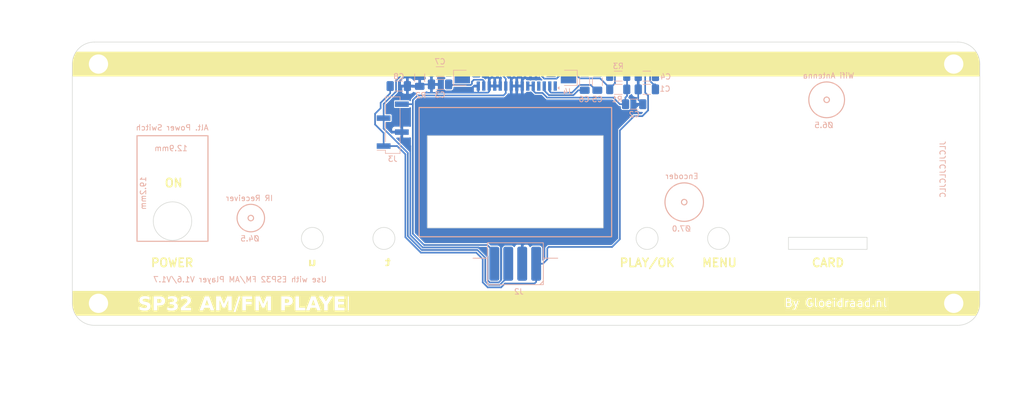
<source format=kicad_pcb>
(kicad_pcb (version 20240108) (generator "pcbnew") (generator_version "8.0")
  (layers (0 "F.Cu" signal) (31 "B.Cu" power) (34 "B.Paste" user) (35 "F.Paste" user) (36 "B.SilkS" user "B.Silkscreen") (37 "F.SilkS" user "F.Silkscreen") (38 "B.Mask" user) (39 "F.Mask" user) (44 "Edge.Cuts" user))
  (net 0 "")
  (net 1 "GND")
  (net 2 "+3V3")
  (net 3 "/SCL")
  (net 4 "/SDA")
  (net 8 "Net-(J4-Pin_6)")
  (net 9 "Net-(J4-Pin_27)")
  (net 10 "Net-(J4-Pin_14)")
  (net 11 "Net-(J4-Pin_2)")
  (net 12 "Net-(J4-Pin_3)")
  (net 13 "Net-(J4-Pin_4)")
  (net 14 "Net-(J4-Pin_5)")
  (net 15 "Net-(J4-Pin_28)")
  (net 16 "Net-(J4-Pin_26)")
  (footprint "!Gloeidraad:MountingSlot_3.5x4.0mm" (layer "F.Cu") (at 230.25 84)
    (property "Reference" "H11" (hide yes))
    (property "Value" "MountingHole")
    (pad "" np_thru_hole circle (at 0 0) (size 3.5 3.5) (drill oval 3.5 4) (layers "F&B.Cu" "*.Mask"))
  )
  (footprint "!Gloeidraad:MountingSlot_3.5x4.0mm" (layer "F.Cu") (at 230.25 127.5)
    (property "Reference" "H12" (hide yes))
    (property "Value" "MountingHole")
    (pad "" np_thru_hole circle (at 0 0) (size 3.5 3.5) (drill oval 3.5 4) (layers "F&B.Cu" "*.Mask"))
  )
  (footprint "!Gloeidraad:MountingSlot_3.5x4.0mm" (layer "F.Cu") (at 74.75 127.5)
    (property "Reference" "H10" (hide yes))
    (property "Value" "MountingHole")
    (pad "" np_thru_hole circle (at 0 0) (size 3.5 3.5) (drill oval 3.5 4) (layers "F&B.Cu" "*.Mask"))
  )
  (footprint "!Gloeidraad:MountingSlot_3.5x4.0mm" (layer "F.Cu") (at 74.75 84)
    (property "Reference" "H9" (hide yes))
    (property "Value" "MountingHole")
    (pad "" np_thru_hole circle (at 0 0) (size 3.5 3.5) (drill oval 3.5 4) (layers "F&B.Cu" "*.Mask"))
  )
  (footprint "Capacitor_SMD:C_1206_3216Metric_Pad1.33x1.80mm_HandSolder" (layer "B.Cu") (at 165.4525 87.2 -90)
    (property "Reference" "C5" (at 3.2 0 180) (layer "B.SilkS") (effects (justify mirror)))
    (property "Value" "1u")
    (fp_line (start -0.711252 0.91) (end 0.711252 0.91) (stroke (width 0.12)) (layer "B.SilkS"))
    (fp_line (start -0.711252 -0.91) (end 0.711252 -0.91) (stroke (width 0.12)) (layer "B.SilkS"))
    (pad "1" smd roundrect (at -1.5625 0 270) (size 1.325 1.8) (layers "B.Cu" "B.Paste" "B.Mask") (roundrect_rratio 0.1886792453) (net 11 "Net-(J4-Pin_2)"))
    (pad "2" smd roundrect (at 1.5625 0 270) (size 1.325 1.8) (layers "B.Cu" "B.Paste" "B.Mask") (roundrect_rratio 0.1886792453) (net 12 "Net-(J4-Pin_3)"))
  )
  (footprint "Connector_PinHeader_2.54mm:PinHeader_1x04_P2.54mm_Vertical_SMD_Pin1Left" (layer "B.Cu") (at 128.2525 95.1)
    (property "Reference" "J3" (at 0 6.14 0) (layer "B.SilkS") (effects (justify mirror)))
    (property "Value" "Conn_01x04")
    (fp_line (start -1.33 -5.14) (end 1.33 -5.14) (stroke (width 0.12)) (layer "B.SilkS"))
    (fp_line (start -1.33 -2.03) (end -1.33 -5.14) (stroke (width 0.12)) (layer "B.SilkS"))
    (fp_line (start -1.33 3.05) (end -1.33 -0.51) (stroke (width 0.12)) (layer "B.SilkS"))
    (fp_line (start -1.33 4.57) (end -2.85 4.57) (stroke (width 0.12)) (layer "B.SilkS"))
    (fp_line (start -1.33 5.14) (end -1.33 4.57) (stroke (width 0.12)) (layer "B.SilkS"))
    (fp_line (start -1.33 5.14) (end 1.33 5.14) (stroke (width 0.12)) (layer "B.SilkS"))
    (fp_line (start 1.33 -4.57) (end 1.33 -5.14) (stroke (width 0.12)) (layer "B.SilkS"))
    (fp_line (start 1.33 0.51) (end 1.33 -3.05) (stroke (width 0.12)) (layer "B.SilkS"))
    (fp_line (start 1.33 5.14) (end 1.33 2.03) (stroke (width 0.12)) (layer "B.SilkS"))
    (pad "1" smd rect (at -1.655 3.81) (size 2.51 1) (layers "B.Cu" "B.Paste" "B.Mask") (net 2 "+3V3"))
    (pad "2" smd rect (at 1.655 1.27) (size 2.51 1) (layers "B.Cu" "B.Paste" "B.Mask") (net 1 "GND"))
    (pad "3" smd rect (at -1.655 -1.27) (size 2.51 1) (layers "B.Cu" "B.Paste" "B.Mask") (net 3 "/SCL"))
    (pad "4" smd rect (at 1.655 -3.81) (size 2.51 1) (layers "B.Cu" "B.Paste" "B.Mask") (net 4 "/SDA"))
  )
  (footprint "Resistor_SMD:R_1206_3216Metric_Pad1.30x1.75mm_HandSolder" (layer "B.Cu") (at 169.2525 86.2 180)
    (property "Reference" "R3" (at 0 1.82 0) (layer "B.SilkS") (effects (justify mirror)))
    (property "Value" "10K")
    (fp_line (start -0.727064 0.91) (end 0.727064 0.91) (stroke (width 0.12)) (layer "B.SilkS"))
    (fp_line (start -0.727064 -0.91) (end 0.727064 -0.91) (stroke (width 0.12)) (layer "B.SilkS"))
    (pad "1" smd roundrect (at -1.55 0 180) (size 1.3 1.75) (layers "B.Cu" "B.Paste" "B.Mask") (roundrect_rratio 0.1923076923) (net 2 "+3V3"))
    (pad "2" smd roundrect (at 1.55 0 180) (size 1.3 1.75) (layers "B.Cu" "B.Paste" "B.Mask") (roundrect_rratio 0.1923076923) (net 10 "Net-(J4-Pin_14)"))
  )
  (footprint "Resistor_SMD:R_1206_3216Metric_Pad1.30x1.75mm_HandSolder" (layer "B.Cu") (at 169.2525 88.6 180)
    (property "Reference" "R1" (at 0.2 -1.8 0) (layer "B.SilkS") (effects (justify mirror)))
    (property "Value" "10")
    (fp_line (start -0.727064 0.91) (end 0.727064 0.91) (stroke (width 0.12)) (layer "B.SilkS"))
    (fp_line (start -0.727064 -0.91) (end 0.727064 -0.91) (stroke (width 0.12)) (layer "B.SilkS"))
    (pad "1" smd roundrect (at -1.55 0 180) (size 1.3 1.75) (layers "B.Cu" "B.Paste" "B.Mask") (roundrect_rratio 0.1923076923) (net 2 "+3V3"))
    (pad "2" smd roundrect (at 1.55 0 180) (size 1.3 1.75) (layers "B.Cu" "B.Paste" "B.Mask") (roundrect_rratio 0.1923076923) (net 8 "Net-(J4-Pin_6)"))
  )
  (footprint "!Gloeidraad:HeaderMale_1x04_P2.54mm_Vertical_SMD" (layer "B.Cu") (at 150.5525 120.3)
    (property "Reference" "J2" (at 0.635 5.08 0) (layer "B.SilkS") (effects (justify mirror)))
    (property "Value" "Conn_01x04" (hide yes))
    (fp_line (start 4.445 3.81) (end 5.08 3.175) (stroke (width 0.15)) (layer "B.SilkS"))
    (fp_rect (start -5.08 3.81) (end 5.08 -3.81) (stroke (width 0.15)) (fill none) (layer "B.SilkS"))
    (pad "1" connect roundrect (at 3.78 0) (size 1.8 6.2) (layers "B.Cu" "B.Mask") (roundrect_rratio 0.2) (net 2 "+3V3"))
    (pad "2" connect roundrect (at 1.24 0) (size 1.8 6.2) (layers "B.Cu" "B.Mask") (roundrect_rratio 0.2) (net 1 "GND"))
    (pad "3" connect roundrect (at -1.3 0) (size 1.8 6.2) (layers "B.Cu" "B.Mask") (roundrect_rratio 0.2) (net 3 "/SCL"))
    (pad "4" connect roundrect (at -3.84 0) (size 1.8 6.2) (layers "B.Cu" "B.Mask") (roundrect_rratio 0.2) (net 4 "/SDA"))
  )
  (footprint "Capacitor_SMD:C_1206_3216Metric_Pad1.33x1.80mm_HandSolder" (layer "B.Cu") (at 174.4525 86.2 180)
    (property "Reference" "C4" (at -3.4 -0.1 0) (layer "B.SilkS") (effects (justify mirror)))
    (property "Value" "1u")
    (fp_line (start -0.711252 0.91) (end 0.711252 0.91) (stroke (width 0.12)) (layer "B.SilkS"))
    (fp_line (start -0.711252 -0.91) (end 0.711252 -0.91) (stroke (width 0.12)) (layer "B.SilkS"))
    (pad "1" smd roundrect (at -1.5625 0 180) (size 1.325 1.8) (layers "B.Cu" "B.Paste" "B.Mask") (roundrect_rratio 0.1886792453) (net 10 "Net-(J4-Pin_14)"))
    (pad "2" smd roundrect (at 1.5625 0 180) (size 1.325 1.8) (layers "B.Cu" "B.Paste" "B.Mask") (roundrect_rratio 0.1886792453) (net 1 "GND"))
  )
  (footprint "!Gloeidraad:AFC11-S30ICA-00 FFC FPC Connector 0.5mm Pitch 30 pins VERTICAL" (layer "B.Cu") (at 149.0525 86.5 90)
    (property "Reference" "J4" (at -2.5 11 180) (layer "B.SilkS") (effects (justify mirror)))
    (property "Value" "AFC11-S30ICA-00 ")
    (fp_line (start 1.38 -9.75) (end -1.38 -9.75) (stroke (width 0.12)) (layer "B.SilkS"))
    (fp_line (start 1.38 -9.75) (end 1.38 -7.43) (stroke (width 0.12)) (layer "B.SilkS"))
    (fp_line (start -1.38 -9.75) (end -1.38 -7.43) (stroke (width 0.12)) (layer "B.SilkS"))
    (fp_line (start -1.85 9.25) (end -1.65 9.45) (stroke (width 0.12)) (layer "B.SilkS"))
    (fp_line (start -1.85 9.25) (end -2.05 9.45) (stroke (width 0.12)) (layer "B.SilkS"))
    (fp_line (start -2.05 9.45) (end -1.65 9.45) (stroke (width 0.12)) (layer "B.SilkS"))
    (fp_line (start 1.38 10.41) (end 1.38 12.75) (stroke (width 0.12)) (layer "B.SilkS"))
    (fp_line (start 1.38 12.75) (end -1.38 12.75) (stroke (width 0.12)) (layer "B.SilkS"))
    (fp_line (start -1.38 12.75) (end -1.38 10.41) (stroke (width 0.12)) (layer "B.SilkS"))
    (pad "1" smd rect (at -1.5 8.75 180) (size 0.6 1.7) (layers "B.Cu" "B.Paste" "B.Mask"))
    (pad "2" smd rect (at 1.5 8.25 180) (size 0.6 1.7) (layers "B.Cu" "B.Paste" "B.Mask") (net 11 "Net-(J4-Pin_2)"))
    (pad "3" smd rect (at -1.5 7.75 180) (size 0.6 1.7) (layers "B.Cu" "B.Paste" "B.Mask") (net 12 "Net-(J4-Pin_3)"))
    (pad "4" smd rect (at 1.5 7.25 180) (size 0.6 1.7) (layers "B.Cu" "B.Paste" "B.Mask") (net 13 "Net-(J4-Pin_4)"))
    (pad "5" smd rect (at -1.5 6.75 180) (size 0.6 1.7) (layers "B.Cu" "B.Paste" "B.Mask") (net 14 "Net-(J4-Pin_5)"))
    (pad "6" smd rect (at 1.5 6.25 180) (size 0.6 1.7) (layers "B.Cu" "B.Paste" "B.Mask") (net 8 "Net-(J4-Pin_6)"))
    (pad "7" smd rect (at -1.5 5.75 180) (size 0.6 1.7) (layers "B.Cu" "B.Paste" "B.Mask"))
    (pad "8" smd rect (at 1.5 5.25 180) (size 0.6 1.7) (layers "B.Cu" "B.Paste" "B.Mask") (net 1 "GND"))
    (pad "9" smd rect (at -1.5 4.75 180) (size 0.6 1.7) (layers "B.Cu" "B.Paste" "B.Mask") (net 2 "+3V3"))
    (pad "10" smd rect (at 1.5 4.25 180) (size 0.6 1.7) (layers "B.Cu" "B.Paste" "B.Mask") (net 1 "GND"))
    (pad "11" smd rect (at -1.5 3.75 180) (size 0.6 1.7) (layers "B.Cu" "B.Paste" "B.Mask") (net 2 "+3V3"))
    (pad "12" smd rect (at 1.5 3.25 180) (size 0.6 1.7) (layers "B.Cu" "B.Paste" "B.Mask") (net 1 "GND"))
    (pad "13" smd rect (at -1.5 2.75 180) (size 0.6 1.7) (layers "B.Cu" "B.Paste" "B.Mask") (net 1 "GND"))
    (pad "14" smd rect (at 1.5 2.25 180) (size 0.6 1.7) (layers "B.Cu" "B.Paste" "B.Mask") (net 10 "Net-(J4-Pin_14)"))
    (pad "15" smd rect (at -1.5 1.75 180) (size 0.6 1.7) (layers "B.Cu" "B.Paste" "B.Mask") (net 1 "GND"))
    (pad "16" smd rect (at 1.5 1.25 180) (size 0.6 1.7) (layers "B.Cu" "B.Paste" "B.Mask") (net 1 "GND"))
    (pad "17" smd rect (at -1.5 0.75 180) (size 0.6 1.7) (layers "B.Cu" "B.Paste" "B.Mask") (net 1 "GND"))
    (pad "18" smd rect (at 1.5 0.25 180) (size 0.6 1.7) (layers "B.Cu" "B.Paste" "B.Mask") (net 3 "/SCL"))
    (pad "19" smd rect (at -1.5 -0.25 180) (size 0.6 1.7) (layers "B.Cu" "B.Paste" "B.Mask") (net 4 "/SDA"))
    (pad "20" smd rect (at 1.5 -0.75 180) (size 0.6 1.7) (layers "B.Cu" "B.Paste" "B.Mask") (net 4 "/SDA"))
    (pad "21" smd rect (at -1.5 -1.25 180) (size 0.6 1.7) (layers "B.Cu" "B.Paste" "B.Mask") (net 1 "GND"))
    (pad "22" smd rect (at 1.5 -1.75 180) (size 0.6 1.7) (layers "B.Cu" "B.Paste" "B.Mask") (net 1 "GND"))
    (pad "23" smd rect (at -1.5 -2.25 180) (size 0.6 1.7) (layers "B.Cu" "B.Paste" "B.Mask") (net 1 "GND"))
    (pad "24" smd rect (at 1.5 -2.75 180) (size 0.6 1.7) (layers "B.Cu" "B.Paste" "B.Mask") (net 1 "GND"))
    (pad "25" smd rect (at -1.5 -3.25 180) (size 0.6 1.7) (layers "B.Cu" "B.Paste" "B.Mask") (net 1 "GND"))
    (pad "26" smd rect (at 1.5 -3.75 180) (size 0.6 1.7) (layers "B.Cu" "B.Paste" "B.Mask") (net 16 "Net-(J4-Pin_26)"))
    (pad "27" smd rect (at -1.5 -4.25 180) (size 0.6 1.7) (layers "B.Cu" "B.Paste" "B.Mask") (net 9 "Net-(J4-Pin_27)"))
    (pad "28" smd rect (at 1.5 -4.75 180) (size 0.6 1.7) (layers "B.Cu" "B.Paste" "B.Mask") (net 15 "Net-(J4-Pin_28)"))
    (pad "29" smd rect (at -1.5 -5.25 180) (size 0.6 1.7) (layers "B.Cu" "B.Paste" "B.Mask") (net 1 "GND"))
    (pad "30" smd rect (at 1.5 -5.75 180) (size 0.6 1.7) (layers "B.Cu" "B.Paste" "B.Mask"))
    (pad "MP" smd rect (at 0 -8.15 90) (size 2 2.8) (layers "B.Cu" "B.Paste" "B.Mask"))
    (pad "MP" smd rect (at 0 11.15 90) (size 2 2.8) (layers "B.Cu" "B.Paste" "B.Mask"))
  )
  (footprint "Capacitor_SMD:C_1206_3216Metric_Pad1.33x1.80mm_HandSolder" (layer "B.Cu") (at 174.4525 88.6 180)
    (property "Reference" "C1" (at -3.3 0.1 0) (layer "B.SilkS") (effects (justify mirror)))
    (property "Value" "1u")
    (fp_line (start -0.711252 0.91) (end 0.711252 0.91) (stroke (width 0.12)) (layer "B.SilkS"))
    (fp_line (start -0.711252 -0.91) (end 0.711252 -0.91) (stroke (width 0.12)) (layer "B.SilkS"))
    (pad "1" smd roundrect (at -1.5625 0 180) (size 1.325 1.8) (layers "B.Cu" "B.Paste" "B.Mask") (roundrect_rratio 0.1886792453) (net 8 "Net-(J4-Pin_6)"))
    (pad "2" smd roundrect (at 1.5625 0 180) (size 1.325 1.8) (layers "B.Cu" "B.Paste" "B.Mask") (roundrect_rratio 0.1886792453) (net 1 "GND"))
  )
  (footprint "Capacitor_SMD:C_1206_3216Metric_Pad1.33x1.80mm_HandSolder" (layer "B.Cu") (at 172.1525 91.3)
    (property "Reference" "C2" (at 0 1.85 0) (layer "B.SilkS") (effects (justify mirror)))
    (property "Value" "1u")
    (fp_line (start -0.711252 -0.91) (end 0.711252 -0.91) (stroke (width 0.12)) (layer "B.SilkS"))
    (fp_line (start -0.711252 0.91) (end 0.711252 0.91) (stroke (width 0.12)) (layer "B.SilkS"))
    (pad "1" smd roundrect (at -1.5625 0) (size 1.325 1.8) (layers "B.Cu" "B.Paste" "B.Mask") (roundrect_rratio 0.1886792453) (net 2 "+3V3"))
    (pad "2" smd roundrect (at 1.5625 0) (size 1.325 1.8) (layers "B.Cu" "B.Paste" "B.Mask") (roundrect_rratio 0.1886792453) (net 1 "GND"))
  )
  (footprint "Capacitor_SMD:C_1206_3216Metric_Pad1.33x1.80mm_HandSolder" (layer "B.Cu") (at 163.1525 87.2 -90)
    (property "Reference" "C6" (at 3.2 0.1 180) (layer "B.SilkS") (effects (justify mirror)))
    (property "Value" "1u")
    (fp_line (start -0.711252 0.91) (end 0.711252 0.91) (stroke (width 0.12)) (layer "B.SilkS"))
    (fp_line (start -0.711252 -0.91) (end 0.711252 -0.91) (stroke (width 0.12)) (layer "B.SilkS"))
    (pad "1" smd roundrect (at -1.5625 0 270) (size 1.325 1.8) (layers "B.Cu" "B.Paste" "B.Mask") (roundrect_rratio 0.1886792453) (net 13 "Net-(J4-Pin_4)"))
    (pad "2" smd roundrect (at 1.5625 0 270) (size 1.325 1.8) (layers "B.Cu" "B.Paste" "B.Mask") (roundrect_rratio 0.1886792453) (net 14 "Net-(J4-Pin_5)"))
  )
  (footprint "Capacitor_SMD:C_1206_3216Metric_Pad1.33x1.80mm_HandSolder" (layer "B.Cu") (at 136.8525 87.7 180)
    (property "Reference" "C3" (at 0 -1.9 0) (layer "B.SilkS") (effects (justify mirror)))
    (property "Value" "10u")
    (fp_line (start -0.711252 0.91) (end 0.711252 0.91) (stroke (width 0.12)) (layer "B.SilkS"))
    (fp_line (start -0.711252 -0.91) (end 0.711252 -0.91) (stroke (width 0.12)) (layer "B.SilkS"))
    (pad "1" smd roundrect (at -1.5625 0 180) (size 1.325 1.8) (layers "B.Cu" "B.Paste" "B.Mask") (roundrect_rratio 0.1886792453) (net 9 "Net-(J4-Pin_27)"))
    (pad "2" smd roundrect (at 1.5625 0 180) (size 1.325 1.8) (layers "B.Cu" "B.Paste" "B.Mask") (roundrect_rratio 0.1886792453) (net 1 "GND"))
  )
  (footprint "Capacitor_SMD:C_1206_3216Metric_Pad1.33x1.80mm_HandSolder" (layer "B.Cu") (at 129.3525 88)
    (property "Reference" "C8" (at 0 -1.75 180) (layer "B.SilkS") (effects (justify mirror)))
    (property "Value" "1u")
    (fp_line (start -0.711252 -0.91) (end 0.711252 -0.91) (stroke (width 0.12)) (layer "B.SilkS"))
    (fp_line (start -0.711252 0.91) (end 0.711252 0.91) (stroke (width 0.12)) (layer "B.SilkS"))
    (pad "1" smd roundrect (at -1.5625 0) (size 1.325 1.8) (layers "B.Cu" "B.Paste" "B.Mask") (roundrect_rratio 0.1886792453) (net 2 "+3V3"))
    (pad "2" smd roundrect (at 1.5625 0) (size 1.325 1.8) (layers "B.Cu" "B.Paste" "B.Mask") (roundrect_rratio 0.1886792453) (net 1 "GND"))
  )
  (footprint "Resistor_SMD:R_1206_3216Metric_Pad1.30x1.75mm_HandSolder" (layer "B.Cu") (at 133.1525 86.5 -90)
    (property "Reference" "R2" (at 3.2 -0.2 180) (layer "B.SilkS") (effects (justify mirror)))
    (property "Value" "390K")
    (fp_line (start -0.727064 0.91) (end 0.727064 0.91) (stroke (width 0.12)) (layer "B.SilkS"))
    (fp_line (start -0.727064 -0.91) (end 0.727064 -0.91) (stroke (width 0.12)) (layer "B.SilkS"))
    (pad "1" smd roundrect (at -1.55 0 270) (size 1.3 1.75) (layers "B.Cu" "B.Paste" "B.Mask") (roundrect_rratio 0.1923076923) (net 16 "Net-(J4-Pin_26)"))
    (pad "2" smd roundrect (at 1.55 0 270) (size 1.3 1.75) (layers "B.Cu" "B.Paste" "B.Mask") (roundrect_rratio 0.1923076923) (net 1 "GND"))
  )
  (footprint "Capacitor_SMD:C_1206_3216Metric_Pad1.33x1.80mm_HandSolder" (layer "B.Cu") (at 136.8525 85.4 180)
    (property "Reference" "C7" (at 0 1.85 0) (layer "B.SilkS") (effects (justify mirror)))
    (property "Value" "10u")
    (fp_line (start -0.711252 0.91) (end 0.711252 0.91) (stroke (width 0.12)) (layer "B.SilkS"))
    (fp_line (start -0.711252 -0.91) (end 0.711252 -0.91) (stroke (width 0.12)) (layer "B.SilkS"))
    (pad "1" smd roundrect (at -1.5625 0 180) (size 1.325 1.8) (layers "B.Cu" "B.Paste" "B.Mask") (roundrect_rratio 0.1886792453) (net 15 "Net-(J4-Pin_28)"))
    (pad "2" smd roundrect (at 1.5625 0 180) (size 1.325 1.8) (layers "B.Cu" "B.Paste" "B.Mask") (roundrect_rratio 0.1886792453) (net 1 "GND"))
  )
  (gr_circle (center 207.15 90.5) (end 207.65 90.5) (stroke (width 0.2)) (fill none) (layer "B.SilkS"))
  (gr_rect (start 133.0525 91.9) (end 168.0525 115.4) (stroke (width 0.2)) (fill none) (layer "B.SilkS"))
  (gr_circle (center 181.25 109.1) (end 181.75 109.1) (stroke (width 0.2)) (fill none) (layer "B.SilkS"))
  (gr_line (start 155.6525 119.3) (end 158.2525 119.3) (stroke (width 0.15)) (layer "B.SilkS"))
  (gr_line (start 142.8525 119.3) (end 145.4525 119.3) (stroke (width 0.15)) (layer "B.SilkS"))
  (gr_circle (center 102.45 112) (end 102.95 112) (stroke (width 0.2)) (fill none) (layer "B.SilkS"))
  (gr_circle (center 102.45 112) (end 104.95 112) (stroke (width 0.2)) (fill none) (layer "B.SilkS"))
  (gr_circle (center 181.25 109.1) (end 184.75 109.1) (stroke (width 0.2)) (fill none) (layer "B.SilkS"))
  (gr_circle (center 207.15 90.5) (end 210.4 90.5) (stroke (width 0.2)) (fill none) (layer "B.SilkS"))
  (gr_rect (start 81.76 97.025) (end 94.66 116.225) (stroke (width 0.2)) (fill none) (layer "B.SilkS"))
  (gr_arc (start 70 84) (mid 71.171573 81.171573) (end 74 80) (stroke (width 0.1)) (layer "Edge.Cuts"))
  (gr_circle (center 174.5 115.7) (end 176.5 115.7) (stroke (width 0.1)) (fill none) (layer "Edge.Cuts"))
  (gr_rect (start 200.2 115.5) (end 214.5 117.7) (stroke (width 0.1)) (fill none) (layer "Edge.Cuts"))
  (gr_circle (center 126.65 115.7) (end 128.65 115.7) (stroke (width 0.1)) (fill none) (layer "Edge.Cuts"))
  (gr_line (start 235 84) (end 235 127.5) (stroke (width 0.1)) (layer "Edge.Cuts"))
  (gr_arc (start 231 80) (mid 233.828428 81.171572) (end 235 84) (stroke (width 0.1)) (layer "Edge.Cuts"))
  (gr_circle (center 187.5 115.7) (end 189.5 115.7) (stroke (width 0.1)) (fill none) (layer "Edge.Cuts"))
  (gr_line (start 231 131.5) (end 74 131.5) (stroke (width 0.1)) (layer "Edge.Cuts"))
  (gr_line (start 74 80) (end 231 80) (stroke (width 0.1)) (layer "Edge.Cuts"))
  (gr_circle (center 88.21 112.55) (end 91.71 112.55) (stroke (width 0.1)) (fill none) (layer "Edge.Cuts"))
  (gr_line (start 70 127.5) (end 70 84) (stroke (width 0.1)) (layer "Edge.Cuts"))
  (gr_arc (start 74 131.5) (mid 71.171572 130.328428) (end 70 127.5) (stroke (width 0.1)) (layer "Edge.Cuts"))
  (gr_circle (center 113.65 115.7) (end 115.65 115.7) (stroke (width 0.1)) (fill none) (layer "Edge.Cuts"))
  (gr_rect (start 134.55 97) (end 166.55 113.8) (stroke (width 0.1)) (fill none) (layer "Edge.Cuts"))
  (gr_arc (start 235 127.5) (mid 233.828428 130.328428) (end 231 131.5) (stroke (width 0.1)) (layer "Edge.Cuts"))
  (gr_text "Alt. Power Switch" (at 94.8525 96.15 0) (layer "B.SilkS") (effects (font (size 1 1)) (justify left bottom mirror)))
  (gr_text "Wifi Antenna" (at 212.2525 86.7 0) (layer "B.SilkS") (effects (font (size 1 1)) (justify left bottom mirror)))
  (gr_text "19.2mm" (at 83.4775 104.375 90) (layer "B.SilkS") (effects (font (size 1 1)) (justify left bottom mirror)))
  (gr_text "JLCJLCJLCJLC" (at 228.8525 97.9 90) (layer "B.SilkS") (effects (font (size 1 1)) (justify left bottom mirror)))
  (gr_text "12.9mm" (at 91.0275 99.9 0) (layer "B.SilkS") (effects (font (size 1 1)) (justify left bottom mirror)))
  (gr_text "Ø7.0" (at 182.5525 114.525 0) (layer "B.SilkS") (effects (font (size 1 1)) (justify left bottom mirror)))
  (gr_text "Ø6.5" (at 208.4525 95.7 0) (layer "B.SilkS") (effects (font (size 1 1)) (justify left bottom mirror)))
  (gr_text "IR Receiver" (at 106.5525 108.975 0) (layer "B.SilkS") (effects (font (size 1 1)) (justify left bottom mirror)))
  (gr_text "Use with ESP32 FM/AM Player V1.6/V1.7" (at 116.3525 123.75 0) (layer "B.SilkS") (effects (font (size 1 1)) (justify left bottom mirror)))
  (gr_text "Encoder" (at 183.9025 104.975 0) (layer "B.SilkS") (effects (font (size 1 1)) (justify left bottom mirror)))
  (gr_text "Ø4.5" (at 104.1025 116.325 0) (layer "B.SilkS") (effects (font (size 1 1)) (justify left bottom mirror)))
  (gr_text "MENU" (at 184.3525 121 0) (layer "F.SilkS") (effects (font (size 1.5 1.5) (thickness 0.3) (bold yes)) (justify left bottom)))
  (gr_text "By Gloeidraad.nl " (at 199.3525 128.3 0) (layer "F.SilkS" knockout) (effects (font (size 1.5 1.5) (thickness 0.2)) (justify left bottom)))
  (gr_text "ESP32 AM/FM PLAYER" (at 101 127.75 0) (layer "F.SilkS" knockout) (effects (font (size 2.5 2.5) (thickness 0.5) (bold yes))))
  (gr_text "t" (at 127.8525 121 0) (layer "F.SilkS") (effects (font (size 1.5 1.5) (thickness 0.3) (bold yes)) (justify left bottom mirror)))
  (gr_text "u" (at 114.3525 121 0) (layer "F.SilkS") (effects (font (size 1.5 1.5) (thickness 0.3) (bold yes)) (justify left bottom mirror)))
  (gr_text "PLAY/OK" (at 169.3525 121 0) (layer "F.SilkS") (effects (font (size 1.5 1.5) (thickness 0.3) (bold yes)) (justify left bottom)))
  (gr_text "ON" (at 86.6525 106.5 0) (layer "F.SilkS") (effects (font (size 1.5 1.5) (thickness 0.3) (bold yes)) (justify left bottom)))
  (gr_text "CARD" (at 204.3 121 0) (layer "F.SilkS") (effects (font (size 1.5 1.5) (thickness 0.3) (bold yes)) (justify left bottom)))
  (gr_text "POWER" (at 84.13 121 0) (layer "F.SilkS") (effects (font (size 1.5 1.5) (thickness 0.3) (bold yes)) (justify left bottom)))
  (segment (start 173.0525 91.3) (end 173.715 91.3) (width 0.3) (layer "B.Cu") (net 1))
  (segment (start 151.7925 120.3) (end 151.7925 117.06) (width 0.3) (layer "B.Cu") (net 1))
  (segment (start 152.3025 85.1) (end 154.3025 85.1) (width 0.3) (layer "B.Cu") (net 1))
  (segment (start 128.3525 92.195) (end 128.3525 90.5) (width 0.3) (layer "B.Cu") (net 1))
  (segment (start 145.5125 119.023603) (end 143.838897 117.35) (width 0.3) (layer "B.Cu") (net 1))
  (segment (start 151.8025 87.9) (end 149.8025 87.9) (width 0.3) (layer "B.Cu") (net 1))
  (segment (start 147.3025 85.1) (end 146.3025 85.1) (width 0.3) (layer "B.Cu") (net 1))
  (segment (start 128.3525 90.5) (end 129.8525 89) (width 0.3) (layer "B.Cu") (net 1))
  (segment (start 131.4525 98.9) (end 129.9075 97.355) (width 0.3) (layer "B.Cu") (net 1))
  (segment (start 145.899118 123.7) (end 145.5125 123.313382) (width 0.3) (layer "B.Cu") (net 1))
  (segment (start 133.7025 117.35) (end 131.4525 115.1) (width 0.3) (layer "B.Cu") (net 1))
  (segment (start 143.838897 117.35) (end 133.7025 117.35) (width 0.3) (layer "B.Cu") (net 1))
  (segment (start 131.4525 115.1) (end 131.4525 98.9) (width 0.3) (layer "B.Cu") (net 1))
  (segment (start 151.8025 87) (end 151.8025 87.9) (width 0.3) (layer "B.Cu") (net 1))
  (segment (start 152.3025 86.5) (end 151.8025 87) (width 0.3) (layer "B.Cu") (net 1))
  (segment (start 152.1525 116.7) (end 168.0525 116.7) (width 0.3) (layer "B.Cu") (net 1))
  (segment (start 147.9125 123.313382) (end 147.525882 123.7) (width 0.3) (layer "B.Cu") (net 1))
  (segment (start 146.3025 85.1) (end 146.3025 86.35) (width 0.3) (layer "B.Cu") (net 1))
  (segment (start 130.965 88.05) (end 133.1525 88.05) (width 0.3) (layer "B.Cu") (net 1))
  (segment (start 149.8025 86.85) (end 150.3025 86.35) (width 0.3) (layer "B.Cu") (net 1))
  (segment (start 143.8025 89.2) (end 143.8025 88) (width 0.3) (layer "B.Cu") (net 1))
  (segment (start 171.4525 92.5) (end 169.8525 92.5) (width 0.3) (layer "B.Cu") (net 1))
  (segment (start 136.3525 87.7) (end 137.8525 89.2) (width 0.3) (layer "B.Cu") (net 1))
  (segment (start 135.29 85.4) (end 135.29 87.7) (width 0.3) (layer "B.Cu") (net 1))
  (segment (start 172.89 88.6) (end 172.89 90.475) (width 0.3) (layer "B.Cu") (net 1))
  (segment (start 173.715 91.3) (end 172.6525 91.3) (width 0.3) (layer "B.Cu") (net 1))
  (segment (start 130.1025 88) (end 130.915 88) (width 0.3) (layer "B.Cu") (net 1))
  (segment (start 145.5125 123.313382) (end 145.5125 119.023603) (width 0.3) (layer "B.Cu") (net 1))
  (segment (start 169.1025 95.25) (end 173.0525 91.3) (width 0.3) (layer "B.Cu") (net 1))
  (segment (start 146.3025 86.35) (end 145.8025 86.85) (width 0.3) (layer "B.Cu") (net 1))
  (segment (start 130.915 88) (end 130.965 88.05) (width 0.3) (layer "B.Cu") (net 1))
  (segment (start 147.525882 123.7) (end 145.899118 123.7) (width 0.3) (layer "B.Cu") (net 1))
  (segment (start 137.8525 89.2) (end 145.5525 89.2) (width 0.3) (layer "B.Cu") (net 1))
  (segment (start 169.1025 115.65) (end 169.1025 95.25) (width 0.3) (layer "B.Cu") (net 1))
  (segment (start 145.8025 86.85) (end 145.8025 87.9) (width 0.3) (layer "B.Cu") (net 1))
  (segment (start 145.8025 88.95) (end 145.8025 87.9) (width 0.3) (layer "B.Cu") (net 1))
  (segment (start 169.8525 92.5) (end 167.9525 90.6) (width 0.3) (layer "B.Cu") (net 1))
  (segment (start 145.5525 89.2) (end 145.8025 88.95) (width 0.3) (layer "B.Cu") (net 1))
  (segment (start 151.7925 117.06) (end 152.1525 116.7) (width 0.3) (layer "B.Cu") (net 1))
  (segment (start 150.3025 86.35) (end 150.3025 85.1) (width 0.3) (layer "B.Cu") (net 1))
  (segment (start 133.5025 87.7) (end 136.3525 87.7) (width 0.3) (layer "B.Cu") (net 1))
  (segment (start 129.8525 89) (end 129.8525 88.25) (width 0.3) (layer "B.Cu") (net 1))
  (segment (start 172.89 86.2) (end 172.89 88.6) (width 0.3) (layer "B.Cu") (net 1))
  (segment (start 147.8025 87.9) (end 145.8025 87.9) (width 0.3) (layer "B.Cu") (net 1))
  (segment (start 133.1525 88.05) (end 133.5025 87.7) (width 0.3) (layer "B.Cu") (net 1))
  (segment (start 129.9075 93.75) (end 128.3525 92.195) (width 0.3) (layer "B.Cu") (net 1))
  (segment (start 151.8025 89.65) (end 151.8025 87.9) (width 0.3) (layer "B.Cu") (net 1))
  (segment (start 167.9525 90.6) (end 152.7525 90.6) (width 0.3) (layer "B.Cu") (net 1))
  (segment (start 172.6525 91.3) (end 171.4525 92.5) (width 0.3) (layer "B.Cu") (net 1))
  (segment (start 129.9075 97.355) (end 129.9075 93.75) (width 0.3) (layer "B.Cu") (net 1))
  (segment (start 149.8025 87.9) (end 149.8025 86.85) (width 0.3) (layer "B.Cu") (net 1))
  (segment (start 172.89 90.475) (end 173.715 91.3) (width 0.3) (layer "B.Cu") (net 1))
  (segment (start 148.639118 116.7) (end 147.9125 117.426618) (width 0.3) (layer "B.Cu") (net 1))
  (segment (start 147.9125 117.426618) (end 147.9125 123.313382) (width 0.3) (layer "B.Cu") (net 1))
  (segment (start 168.0525 116.7) (end 169.1025 115.65) (width 0.3) (layer "B.Cu") (net 1))
  (segment (start 152.7525 90.6) (end 151.8025 89.65) (width 0.3) (layer "B.Cu") (net 1))
  (segment (start 129.8525 88.25) (end 130.1025 88) (width 0.3) (layer "B.Cu") (net 1))
  (segment (start 152.3025 85.1) (end 152.3025 86.5) (width 0.3) (layer "B.Cu") (net 1))
  (segment (start 152.1525 116.7) (end 148.639118 116.7) (width 0.3) (layer "B.Cu") (net 1))
  (segment (start 154.2025 89.25) (end 155.4775 89.25) (width 0.3) (layer "B.Cu") (net 2))
  (segment (start 153.8025 88.85) (end 154.2025 89.25) (width 0.3) (layer "B.Cu") (net 2))
  (segment (start 144.6125 119.46) (end 143.438896 118.286396) (width 0.3) (layer "B.Cu") (net 2))
  (segment (start 130.5525 115.472792) (end 130.5525 100.4) (width 0.3) (layer "B.Cu") (net 2))
  (segment (start 170.8525 86.25) (end 170.8525 89.8) (width 0.3) (layer "B.Cu") (net 2))
  (segment (start 168.3525 90.1) (end 169.5525 91.3) (width 0.3) (layer "B.Cu") (net 2))
  (segment (start 126.5975 96.545) (end 125.0425 94.99) (width 0.3) (layer "B.Cu") (net 2))
  (segment (start 156.3525 119.5) (end 156.3525 117.5) (width 0.3) (layer "B.Cu") (net 2))
  (segment (start 127.79 89.3125) (end 127.79 88) (width 0.3) (layer "B.Cu") (net 2))
  (segment (start 148.6525 123.9) (end 147.9525 124.6) (width 0.3) (layer "B.Cu") (net 2))
  (segment (start 170.8025 85.025) (end 170.8025 86.2) (width 0.3) (layer "B.Cu") (net 2))
  (segment (start 155.4775 89.25) (end 156.3275 90.1) (width 0.3) (layer "B.Cu") (net 2))
  (segment (start 155.5525 120.3) (end 156.3525 119.5) (width 0.3) (layer "B.Cu") (net 2))
  (segment (start 174.1525 85.5) (end 173.6525 85) (width 0.3) (layer "B.Cu") (net 2))
  (segment (start 169.5525 91.3) (end 170.59 91.3) (width 0.3) (layer "B.Cu") (net 2))
  (segment (start 125.0425 93.03) (end 126.0525 92.02) (width 0.3) (layer "B.Cu") (net 2))
  (segment (start 153.8025 87.9) (end 153.8025 88.85) (width 0.3) (layer "B.Cu") (net 2))
  (segment (start 130.5525 100.4) (end 129.0625 98.91) (width 0.3) (layer "B.Cu") (net 2))
  (segment (start 174.6775 89.725) (end 174.1525 89.2) (width 0.3) (layer "B.Cu") (net 2))
  (segment (start 153.8025 87.9) (end 152.8025 87.9) (width 0.3) (layer "B.Cu") (net 2))
  (segment (start 169.5525 96.05) (end 172.134302 93.468198) (width 0.3) (layer "B.Cu") (net 2))
  (segment (start 170.5525 91.2625) (end 170.59 91.3) (width 0.3) (layer "B.Cu") (net 2))
  (segment (start 170.5525 90.1) (end 170.5525 91.2625) (width 0.3) (layer "B.Cu") (net 2))
  (segment (start 143.438896 118.286396) (end 133.366104 118.286396) (width 0.3) (layer "B.Cu") (net 2))
  (segment (start 170.8275 85) (end 170.8025 85.025) (width 0.3) (layer "B.Cu") (net 2))
  (segment (start 170.8525 89.8) (end 170.5525 90.1) (width 0.3) (layer "B.Cu") (net 2))
  (segment (start 170.8025 86.2) (end 170.8525 86.25) (width 0.3) (layer "B.Cu") (net 2))
  (segment (start 174.6775 92.425) (end 174.6775 89.725) (width 0.3) (layer "B.Cu") (net 2))
  (segment (start 126.5975 98.91) (end 126.5975 96.545) (width 0.3) (layer "B.Cu") (net 2))
  (segment (start 174.1525 89.2) (end 174.1525 85.5) (width 0.3) (layer "B.Cu") (net 2))
  (segment (start 154.3325 123.6) (end 154.0325 123.9) (width 0.3) (layer "B.Cu") (net 2))
  (segment (start 133.366104 118.286396) (end 130.5525 115.472792) (width 0.3) (layer "B.Cu") (net 2))
  (segment (start 126.0525 91.05) (end 127.79 89.3125) (width 0.3) (layer "B.Cu") (net 2))
  (segment (start 154.0325 123.9) (end 148.6525 123.9) (width 0.3) (layer "B.Cu") (net 2))
  (segment (start 125.0425 94.99) (end 125.0425 93.03) (width 0.3) (layer "B.Cu") (net 2))
  (segment (start 144.6125 123.686174) (end 144.6125 119.46) (width 0.3) (layer "B.Cu") (net 2))
  (segment (start 154.3325 120.3) (end 155.5525 120.3) (width 0.3) (layer "B.Cu") (net 2))
  (segment (start 156.3525 117.5) (end 156.6025 117.25) (width 0.3) (layer "B.Cu") (net 2))
  (segment (start 156.3275 90.1) (end 168.3525 90.1) (width 0.3) (layer "B.Cu") (net 2))
  (segment (start 169.5525 115.836396) (end 169.5525 96.05) (width 0.3) (layer "B.Cu") (net 2))
  (segment (start 147.9525 124.6) (end 145.526326 124.6) (width 0.3) (layer "B.Cu") (net 2))
  (segment (start 156.6025 117.25) (end 168.138896 117.25) (width 0.3) (layer "B.Cu") (net 2))
  (segment (start 154.3325 120.3) (end 154.3325 123.6) (width 0.3) (layer "B.Cu") (net 2))
  (segment (start 173.634302 93.468198) (end 174.6775 92.425) (width 0.3) (layer "B.Cu") (net 2))
  (segment (start 145.526326 124.6) (end 144.6125 123.686174) (width 0.3) (layer "B.Cu") (net 2))
  (segment (start 168.138896 117.25) (end 169.5525 115.836396) (width 0.3) (layer "B.Cu") (net 2))
  (segment (start 173.6525 85) (end 170.8275 85) (width 0.3) (layer "B.Cu") (net 2))
  (segment (start 129.0625 98.91) (end 126.5975 98.91) (width 0.3) (layer "B.Cu") (net 2))
  (segment (start 126.0525 92.02) (end 126.0525 91.05) (width 0.3) (layer "B.Cu") (net 2))
  (segment (start 172.134302 93.468198) (end 173.634302 93.468198) (width 0.3) (layer "B.Cu") (net 2))
  (segment (start 145.0625 119.209999) (end 145.0625 123.499778) (width 0.3) (layer "B.Cu") (net 3))
  (segment (start 128.8525 89) (end 126.5975 91.255) (width 0.3) (layer "B.Cu") (net 3))
  (segment (start 147.712278 124.15) (end 149.2525 122.609778) (width 0.3) (layer "B.Cu") (net 3))
  (segment (start 145.712722 124.15) (end 147.712278 124.15) (width 0.3) (layer "B.Cu") (net 3))
  (segment (start 126.5975 91.255) (end 126.5975 95.745) (width 0.3) (layer "B.Cu") (net 3))
  (segment (start 132.4525 83.4) (end 128.8525 87) (width 0.3) (layer "B.Cu") (net 3))
  (segment (start 143.652501 117.8) (end 145.0625 119.209999) (width 0.3) (layer "B.Cu") (net 3))
  (segment (start 149.3025 85.1) (end 149.3025 84.05) (width 0.3) (layer "B.Cu") (net 3))
  (segment (start 148.6525 83.4) (end 132.4525 83.4) (width 0.3) (layer "B.Cu") (net 3))
  (segment (start 128.8525 87) (end 128.8525 89) (width 0.3) (layer "B.Cu") (net 3))
  (segment (start 131.0025 100.15) (end 131.0025 115.286396) (width 0.3) (layer "B.Cu") (net 3))
  (segment (start 145.0625 123.499778) (end 145.712722 124.15) (width 0.3) (layer "B.Cu") (net 3))
  (segment (start 126.5975 95.745) (end 131.0025 100.15) (width 0.3) (layer "B.Cu") (net 3))
  (segment (start 149.3025 84.05) (end 148.6525 83.4) (width 0.3) (layer "B.Cu") (net 3))
  (segment (start 149.2525 122.609778) (end 149.2525 120.3) (width 0.3) (layer "B.Cu") (net 3))
  (segment (start 131.0025 115.286396) (end 133.516104 117.8) (width 0.3) (layer "B.Cu") (net 3))
  (segment (start 133.516104 117.8) (end 143.652501 117.8) (width 0.3) (layer "B.Cu") (net 3))
  (segment (start 131.9125 90.54) (end 132.7525 89.7) (width 0.3) (layer "B.Cu") (net 4))
  (segment (start 132.7525 89.7) (end 148.4025 89.7) (width 0.3) (layer "B.Cu") (net 4))
  (segment (start 146.7125 120.3) (end 146.7125 118.16) (width 0.3) (layer "B.Cu") (net 4))
  (segment (start 145.4525 116.9) (end 133.9525 116.9) (width 0.3) (layer "B.Cu") (net 4))
  (segment (start 148.3025 86.15) (end 148.3025 85.1) (width 0.3) (layer "B.Cu") (net 4))
  (segment (start 131.9125 114.86) (end 131.9125 90.54) (width 0.3) (layer "B.Cu") (net 4))
  (segment (start 129.9075 91.29) (end 131.9125 91.29) (width 0.3) (layer "B.Cu") (net 4))
  (segment (start 148.8025 86.65) (end 148.3025 86.15) (width 0.3) (layer "B.Cu") (net 4))
  (segment (start 148.4025 89.7) (end 148.8025 89.3) (width 0.3) (layer "B.Cu") (net 4))
  (segment (start 148.8025 89.3) (end 148.8025 86.65) (width 0.3) (layer "B.Cu") (net 4))
  (segment (start 133.9525 116.9) (end 131.9125 114.86) (width 0.3) (layer "B.Cu") (net 4))
  (segment (start 146.7125 118.16) (end 145.4525 116.9) (width 0.3) (layer "B.Cu") (net 4))
  (segment (start 158.5025 85.2) (end 161.9025 85.2) (width 0.3) (layer "B.Cu") (net 8))
  (segment (start 175.0525 87.084744) (end 175.667756 87.7) (width 0.3) (layer "B.Cu") (net 8))
  (segment (start 174.088896 84.55) (end 175.0525 85.513604) (width 0.3) (layer "B.Cu") (net 8))
  (segment (start 158.038896 86.65) (end 158.5025 86.186396) (width 0.3) (layer "B.Cu") (net 8))
  (segment (start 169.5025 84.55) (end 174.088896 84.55) (width 0.3) (layer "B.Cu") (net 8))
  (segment (start 167.8025 88.35) (end 168.6525 87.5) (width 0.3) (layer "B.Cu") (net 8))
  (segment (start 155.3025 85.1) (end 155.3025 86.15) (width 0.3) (layer "B.Cu") (net 8))
  (segment (start 162.267756 86.6) (end 165.9525 86.6) (width 0.3) (layer "B.Cu") (net 8))
  (segment (start 175.0525 85.513604) (end 175.0525 87.084744) (width 0.3) (layer "B.Cu") (net 8))
  (segment (start 165.9525 86.6) (end 167.4025 88.05) (width 0.3) (layer "B.Cu") (net 8))
  (segment (start 155.8025 86.65) (end 158.038896 86.65) (width 0.3) (layer "B.Cu") (net 8))
  (segment (start 158.5025 86.186396) (end 158.5025 85.2) (width 0.3) (layer "B.Cu") (net 8))
  (segment (start 167.4025 88.05) (end 167.4025 88.35) (width 0.3) (layer "B.Cu") (net 8))
  (segment (start 168.6525 87.5) (end 168.6525 85.4) (width 0.3) (layer "B.Cu") (net 8))
  (segment (start 167.4025 88.6) (end 167.4025 88.35) (width 0.3) (layer "B.Cu") (net 8))
  (segment (start 155.3025 86.15) (end 155.8025 86.65) (width 0.3) (layer "B.Cu") (net 8))
  (segment (start 161.9025 86.234744) (end 162.267756 86.6) (width 0.3) (layer "B.Cu") (net 8))
  (segment (start 167.4025 88.35) (end 167.8025 88.35) (width 0.3) (layer "B.Cu") (net 8))
  (segment (start 168.6525 85.4) (end 169.5025 84.55) (width 0.3) (layer "B.Cu") (net 8))
  (segment (start 161.9025 85.2) (end 161.9025 86.234744) (width 0.3) (layer "B.Cu") (net 8))
  (segment (start 175.667756 87.7) (end 176.015 87.7) (width 0.3) (layer "B.Cu") (net 8))
  (segment (start 144.8025 87.05) (end 144.8025 87.9) (width 0.3) (layer "B.Cu") (net 9))
  (segment (start 142.4525 87.8) (end 142.6525 87.6) (width 0.3) (layer "B.Cu") (net 9))
  (segment (start 138.515 87.8) (end 142.4525 87.8) (width 0.3) (layer "B.Cu") (net 9))
  (segment (start 143.0025 86.85) (end 144.6025 86.85) (width 0.3) (layer "B.Cu") (net 9))
  (segment (start 138.49 87.4) (end 138.49 87.775) (width 0.3) (layer "B.Cu") (net 9))
  (segment (start 144.6025 86.85) (end 144.8025 87.05) (width 0.3) (layer "B.Cu") (net 9))
  (segment (start 142.6525 87.2) (end 143.0025 86.85) (width 0.3) (layer "B.Cu") (net 9))
  (segment (start 142.6525 87.6) (end 142.6525 87.2) (width 0.3) (layer "B.Cu") (net 9))
  (segment (start 138.49 87.775) (end 138.515 87.8) (width 0.3) (layer "B.Cu") (net 9))
  (segment (start 167.7525 86.15) (end 167.7525 83.8) (width 0.3) (layer "B.Cu") (net 10))
  (segment (start 151.5525 83.8) (end 174.5525 83.8) (width 0.3) (layer "B.Cu") (net 10))
  (segment (start 176.015 85.2625) (end 176.015 85.4) (width 0.3) (layer "B.Cu") (net 10))
  (segment (start 151.3025 85.1) (end 151.3025 84.05) (width 0.3) (layer "B.Cu") (net 10))
  (segment (start 167.7025 86.2) (end 167.7525 86.15) (width 0.3) (layer "B.Cu") (net 10))
  (segment (start 151.3025 84.05) (end 151.5525 83.8) (width 0.3) (layer "B.Cu") (net 10))
  (segment (start 174.5525 83.8) (end 176.015 85.2625) (width 0.3) (layer "B.Cu") (net 10))
  (segment (start 163.87125 84.3) (end 165.0525 85.48125) (width 0.3) (layer "B.Cu") (net 11))
  (segment (start 157.3025 85.1) (end 158.1025 84.3) (width 0.3) (layer "B.Cu") (net 11))
  (segment (start 165.0525 85.48125) (end 165.0525 85.7625) (width 0.3) (layer "B.Cu") (net 11))
  (segment (start 158.1025 84.3) (end 163.87125 84.3) (width 0.3) (layer "B.Cu") (net 11))
  (segment (start 156.8025 88.95) (end 156.8025 87.9) (width 0.3) (layer "B.Cu") (net 12))
  (segment (start 165.3525 88.7625) (end 165.215 88.7625) (width 0.3) (layer "B.Cu") (net 12))
  (segment (start 165.215 88.7625) (end 164.2525 87.8) (width 0.3) (layer "B.Cu") (net 12))
  (segment (start 162.2525 87.8) (end 160.8525 89.2) (width 0.3) (layer "B.Cu") (net 12))
  (segment (start 164.2525 87.8) (end 162.2525 87.8) (width 0.3) (layer "B.Cu") (net 12))
  (segment (start 157.0525 89.2) (end 156.8025 88.95) (width 0.3) (layer "B.Cu") (net 12))
  (segment (start 160.8525 89.2) (end 157.0525 89.2) (width 0.3) (layer "B.Cu") (net 12))
  (segment (start 162.088896 84.75) (end 162.9525 85.613604) (width 0.3) (layer "B.Cu") (net 13))
  (segment (start 156.3025 85.1) (end 156.3025 86.15) (width 0.3) (layer "B.Cu") (net 13))
  (segment (start 156.3025 86.15) (end 156.3525 86.2) (width 0.3) (layer "B.Cu") (net 13))
  (segment (start 162.9525 85.613604) (end 162.9525 85.7625) (width 0.3) (layer "B.Cu") (net 13))
  (segment (start 158.0525 85.013604) (end 158.316104 84.75) (width 0.3) (layer "B.Cu") (net 13))
  (segment (start 158.0525 85.9) (end 158.0525 85.013604) (width 0.3) (layer "B.Cu") (net 13))
  (segment (start 157.7525 86.2) (end 158.0525 85.9) (width 0.3) (layer "B.Cu") (net 13))
  (segment (start 162.9525 85.6375) (end 162.415 85.6375) (width 0.3) (layer "B.Cu") (net 13))
  (segment (start 158.316104 84.75) (end 162.088896 84.75) (width 0.3) (layer "B.Cu") (net 13))
  (segment (start 156.3525 86.2) (end 157.7525 86.2) (width 0.3) (layer "B.Cu") (net 13))
  (segment (start 161.1025 89.65) (end 156.638896 89.65) (width 0.3) (layer "B.Cu") (net 14))
  (segment (start 156.638896 89.65) (end 155.8025 88.813604) (width 0.3) (layer "B.Cu") (net 14))
  (segment (start 161.99 88.7625) (end 161.1025 89.65) (width 0.3) (layer "B.Cu") (net 14))
  (segment (start 162.9525 88.7625) (end 161.99 88.7625) (width 0.3) (layer "B.Cu") (net 14))
  (segment (start 155.8025 88.813604) (end 155.8025 87.9) (width 0.3) (layer "B.Cu") (net 14))
  (segment (start 138.415 85.4) (end 138.815 85) (width 0.3) (layer "B.Cu") (net 15))
  (segment (start 142.6525 85.3) (end 142.6525 86) (width 0.3) (layer "B.Cu") (net 15))
  (segment (start 138.49 85.4) (end 138.415 85.4) (width 0.3) (layer "B.Cu") (net 15))
  (segment (start 143.9525 86.3) (end 144.3025 85.95) (width 0.3) (layer "B.Cu") (net 15))
  (segment (start 142.6525 86) (end 142.9525 86.3) (width 0.3) (layer "B.Cu") (net 15))
  (segment (start 142.3525 85) (end 142.6525 85.3) (width 0.3) (layer "B.Cu") (net 15))
  (segment (start 144.3025 85.95) (end 144.3025 85.1) (width 0.3) (layer "B.Cu") (net 15))
  (segment (start 142.9525 86.3) (end 143.9525 86.3) (width 0.3) (layer "B.Cu") (net 15))
  (segment (start 138.815 85) (end 142.3525 85) (width 0.3) (layer "B.Cu") (net 15))
  (segment (start 145.3025 84.25) (end 144.9025 83.85) (width 0.3) (layer "B.Cu") (net 16))
  (segment (start 133.9525 83.85) (end 132.8525 84.95) (width 0.3) (layer "B.Cu") (net 16))
  (segment (start 145.3025 85.1) (end 145.3025 84.25) (width 0.3) (layer "B.Cu") (net 16))
  (segment (start 144.9025 83.85) (end 133.9525 83.85) (width 0.3) (layer "B.Cu") (net 16))
  (zone (net 1) (net_name "GND") (layer "B.Cu") (connect_pads (clearance 0.2)) (min_thickness 0.25) (fill yes (thermal_gap 0.5) (thermal_bridge_width 0.5))
    (polygon (pts (xy 173.8525 84) (xy 174.1025 93) (xy 171.6025 95.5) (xy 171.3525 117) (xy 156.6025 117) (xy 156.6025 125) (xy 143.8525 125) (xy 143.8525 117) (xy 130.3525 117) (xy 130.3525 99.75) (xy 126.6025 96) (xy 126.6025 84)))
  )
  (zone (net 0) (net_name "") (layer "F.SilkS") (connect_pads (clearance 0.2)) (min_thickness 0.25) (fill yes (thermal_gap 0.5) (thermal_bridge_width 0.5))
    (polygon (pts (xy 67.6025 125.25) (xy 237.1025 125.25) (xy 237.1025 129.75) (xy 67.6025 129.75)))
  )
  (zone (net 0) (net_name "") (layer "F.SilkS") (connect_pads (clearance 0.2)) (min_thickness 0.25) (fill yes (thermal_gap 0.5) (thermal_bridge_width 0.5))
    (polygon (pts (xy 67.3525 81.75) (xy 236.8525 81.75) (xy 236.8525 86.25) (xy 67.3525 86.25)))
  )
)
</source>
